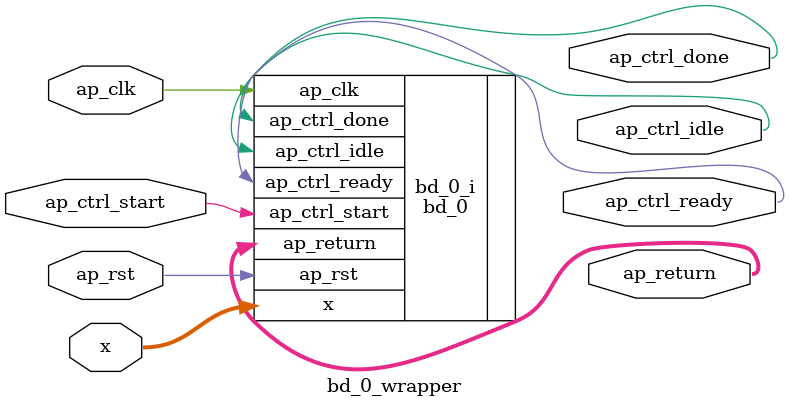
<source format=v>
`timescale 1 ps / 1 ps

module bd_0_wrapper
   (ap_clk,
    ap_ctrl_done,
    ap_ctrl_idle,
    ap_ctrl_ready,
    ap_ctrl_start,
    ap_return,
    ap_rst,
    x);
  input ap_clk;
  output ap_ctrl_done;
  output ap_ctrl_idle;
  output ap_ctrl_ready;
  input ap_ctrl_start;
  output [63:0]ap_return;
  input ap_rst;
  input [63:0]x;

  wire ap_clk;
  wire ap_ctrl_done;
  wire ap_ctrl_idle;
  wire ap_ctrl_ready;
  wire ap_ctrl_start;
  wire [63:0]ap_return;
  wire ap_rst;
  wire [63:0]x;

  bd_0 bd_0_i
       (.ap_clk(ap_clk),
        .ap_ctrl_done(ap_ctrl_done),
        .ap_ctrl_idle(ap_ctrl_idle),
        .ap_ctrl_ready(ap_ctrl_ready),
        .ap_ctrl_start(ap_ctrl_start),
        .ap_return(ap_return),
        .ap_rst(ap_rst),
        .x(x));
endmodule

</source>
